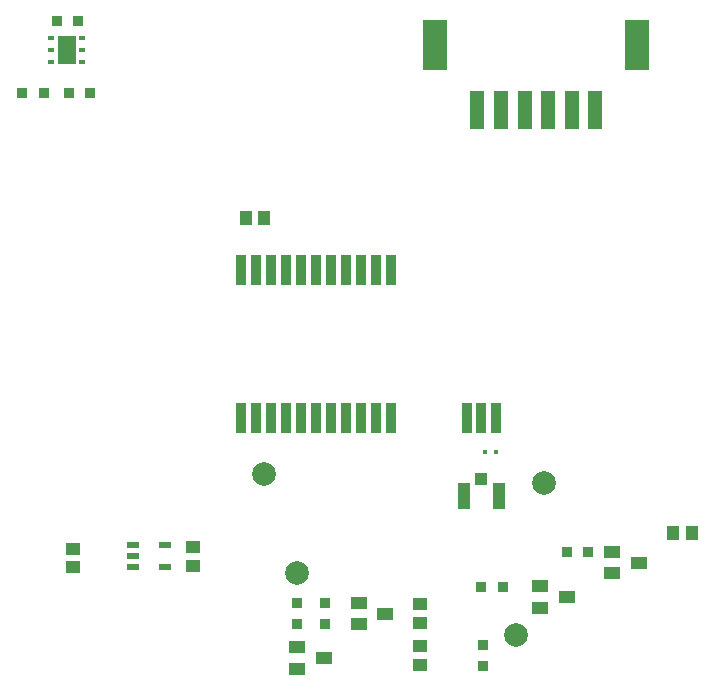
<source format=gtp>
G04 Layer_Color=8421504*
%FSLAX44Y44*%
%MOMM*%
G71*
G01*
G75*
%ADD10R,1.0000X0.5500*%
%ADD11R,1.3000X1.0500*%
%ADD12R,0.9000X0.9000*%
%ADD13R,1.5000X2.4000*%
%ADD14R,0.6000X0.4000*%
%ADD15R,0.8900X2.6000*%
%ADD16R,0.9000X0.9000*%
%ADD17R,1.0500X1.3000*%
%ADD18R,1.4250X1.0000*%
%ADD19R,1.4000X1.0000*%
%ADD20R,2.0000X4.2000*%
%ADD21R,1.2000X3.2000*%
%ADD22R,1.0000X1.0500*%
%ADD23R,1.0500X2.2000*%
%ADD24R,0.3000X0.4000*%
%ADD25C,2.0000*%
D10*
X148920Y118110D02*
D03*
X121920Y137110D02*
D03*
Y118110D02*
D03*
Y127610D02*
D03*
X148920Y137110D02*
D03*
D11*
X71120Y117856D02*
D03*
Y133604D02*
D03*
X172720Y134874D02*
D03*
Y119126D02*
D03*
X364490Y51054D02*
D03*
Y35306D02*
D03*
Y86614D02*
D03*
Y70866D02*
D03*
D12*
X75040Y580390D02*
D03*
X57040D02*
D03*
X45830Y519430D02*
D03*
X27830D02*
D03*
X85200D02*
D03*
X67200D02*
D03*
X416450Y101092D02*
D03*
X434450D02*
D03*
X488840Y130920D02*
D03*
X506840D02*
D03*
D13*
X65240Y556100D02*
D03*
D14*
X51740Y546100D02*
D03*
Y556100D02*
D03*
Y566100D02*
D03*
X78740D02*
D03*
Y556100D02*
D03*
Y546100D02*
D03*
D15*
X340360Y244570D02*
D03*
X327660D02*
D03*
X314960D02*
D03*
X302260D02*
D03*
X289560D02*
D03*
X276860D02*
D03*
X264160D02*
D03*
X251460D02*
D03*
X238760D02*
D03*
X226060D02*
D03*
X213360D02*
D03*
X340360Y369570D02*
D03*
X327660D02*
D03*
X314960D02*
D03*
X302260D02*
D03*
X289560D02*
D03*
X276860D02*
D03*
X264160D02*
D03*
X251460D02*
D03*
X238760D02*
D03*
X226060D02*
D03*
X213360D02*
D03*
X404160Y244570D02*
D03*
X416560D02*
D03*
X429260D02*
D03*
D16*
X260350Y87740D02*
D03*
Y69740D02*
D03*
X284480D02*
D03*
Y87740D02*
D03*
X417830Y34180D02*
D03*
Y52180D02*
D03*
D17*
X578866Y147320D02*
D03*
X594614D02*
D03*
X232664Y414020D02*
D03*
X216916D02*
D03*
D18*
X283210Y41158D02*
D03*
X488840Y92710D02*
D03*
X335280Y78740D02*
D03*
X549910Y121920D02*
D03*
D19*
X260460Y50158D02*
D03*
Y32158D02*
D03*
X466090Y101710D02*
D03*
Y83710D02*
D03*
X312530Y87740D02*
D03*
Y69740D02*
D03*
X527160Y130920D02*
D03*
Y112920D02*
D03*
D20*
X377580Y560260D02*
D03*
X548580D02*
D03*
D21*
X473080Y505460D02*
D03*
X493080D02*
D03*
X513080D02*
D03*
X453080D02*
D03*
X433080D02*
D03*
X413080D02*
D03*
D22*
X416306Y193040D02*
D03*
D23*
X401556Y178040D02*
D03*
X431056D02*
D03*
D24*
X419674Y215900D02*
D03*
X428674D02*
D03*
D25*
X232410Y196850D02*
D03*
X445770Y60960D02*
D03*
X260460Y113284D02*
D03*
X469900Y189230D02*
D03*
M02*

</source>
